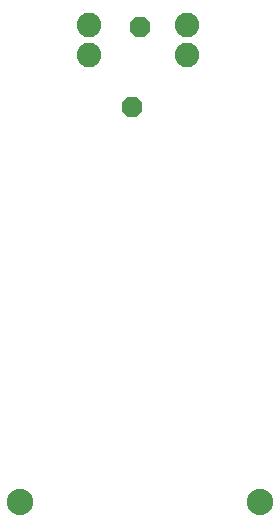
<source format=gts>
G75*
G70*
%OFA0B0*%
%FSLAX24Y24*%
%IPPOS*%
%LPD*%
%AMOC8*
5,1,8,0,0,1.08239X$1,22.5*
%
%ADD10C,0.0820*%
%ADD11C,0.0880*%
%ADD12OC8,0.0671*%
D10*
X005852Y021404D03*
X005852Y022404D03*
X009112Y022404D03*
X009112Y021404D03*
D11*
X003542Y006499D03*
X011542Y006499D03*
D12*
X007267Y019668D03*
X007562Y022326D03*
M02*

</source>
